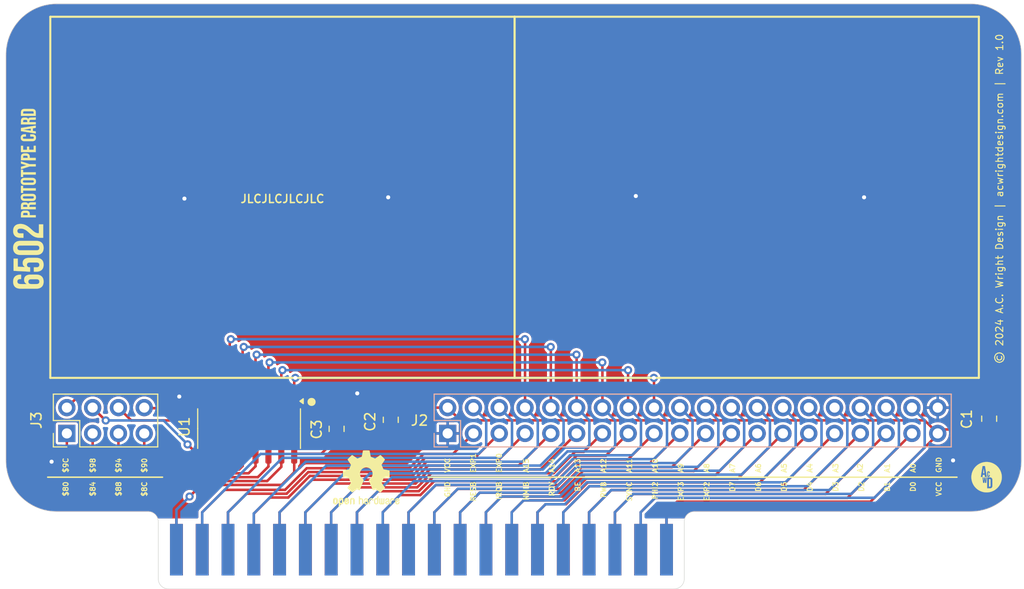
<source format=kicad_pcb>
(kicad_pcb (version 20241229) (generator "pcbnew") (generator_version "9.0")
  (title_block (title "6502 Prototype Card") (date "2024-06-12") (rev "1.0") (company "A.C. Wright Design"))
  (layers (0 "F.Cu" signal "Top") (2 "B.Cu" signal "Bottom") (13 "F.Paste" user) (15 "B.Paste" user) (5 "F.SilkS" user "F.Silkscreen") (7 "B.SilkS" user "B.Silkscreen") (1 "F.Mask" user) (3 "B.Mask" user) (25 "Edge.Cuts" user))
  (net 0 "")
  (net 1 "GND")
  (net 2 "VCC")
  (net 3 "/NMIB")
  (net 4 "/IRQB")
  (net 5 "/SYNC")
  (net 6 "/RDY")
  (net 7 "/BE")
  (net 8 "/RESB")
  (net 9 "/RWB")
  (net 10 "/PHI2")
  (net 11 "/D7")
  (net 12 "/D6")
  (net 13 "/D5")
  (net 14 "/D4")
  (net 15 "/D3")
  (net 16 "/D2")
  (net 17 "/D1")
  (net 18 "/D0")
  (net 19 "/EXP1")
  (net 20 "/EXP0")
  (net 21 "A15")
  (net 22 "A14")
  (net 23 "A13")
  (net 24 "A12")
  (net 25 "A11")
  (net 26 "A10")
  (net 27 "/A9")
  (net 28 "/A8")
  (net 29 "/A7")
  (net 30 "/A6")
  (net 31 "/A5")
  (net 32 "/A4")
  (net 33 "/A3")
  (net 34 "/A2")
  (net 35 "/A1")
  (net 36 "/A0")
  (net 37 "/$8000")
  (net 38 "/$9C00")
  (net 39 "/$8400")
  (net 40 "/$9800")
  (net 41 "/$8800")
  (net 42 "/$9400")
  (net 43 "/$8C00")
  (net 44 "/$9000")
  (net 45 "/EXP2")
  (net 46 "/EXP3")
  (footprint "6502 Parts:Breadboard Mini" (layer "F.Cu") (at 125.73 95.25)
    (property "Reference" "B1" (hide yes))
    (property "Value" "Breadboard Mini" (hide yes))
  )
  (footprint "6502 Parts:Breadboard Mini" (layer "F.Cu") (at 171.45 95.25)
    (property "Reference" "B2" (hide yes))
    (property "Value" "Breadboard Mini" (hide yes))
  )
  (footprint "Capacitor_SMD:C_0805_2012Metric" (layer "F.Cu") (at 195.326 117.05 -90)
    (property "Reference" "C1")
    (property "Value" "100nF" (hide yes))
  )
  (footprint "Capacitor_SMD:C_0805_2012Metric" (layer "F.Cu") (at 131.064 118.05 90)
    (property "Reference" "C3")
    (property "Value" "100nF" (hide yes))
  )
  (footprint "Capacitor_SMD:C_0805_2012Metric" (layer "F.Cu") (at 136.398 117.16 -90)
    (property "Reference" "C2")
    (property "Value" "100nF" (hide yes))
  )
  (footprint "Connector_PinHeader_2.54mm:PinHeader_2x04_P2.54mm_Vertical" (layer "F.Cu") (at 104.5 118.5 90)
    (property "Reference" "J3")
    (property "Value" "Conn_02x04_Odd_Even" (hide yes))
  )
  (footprint "Package_SO:SOIC-16_3.9x9.9mm_P1.27mm" (layer "F.Cu") (at 122.445 118.025 -90)
    (property "Reference" "U1")
    (property "Value" "74HC138" (hide yes))
  )
  (footprint "6502 Parts:6502 Card Edge" (layer "F.Cu") (at 115.29 132.49)
    (property "Reference" "J1" (hide yes))
    (property "Value" "6502 Card Edge" (hide yes))
  )
  (footprint "Symbol:OSHW-Logo2_7.3x6mm_SilkScreen" (layer "F.Cu") (at 133.985 122.936)
    (property "Reference" "REF**" (hide yes))
    (property "Value" "OSHW-Logo2_7.3x6mm_SilkScreen" (hide yes))
  )
  (footprint "A.C. Wright Logo:A.C. Wright Logo 3mm" (layer "F.Cu") (at 195.072 122.809)
    (property "Reference" "G***" (hide yes))
    (property "Value" "LOGO" (hide yes))
  )
  (footprint "6502 Logos:6502 Prototype Card Logo 3mm" (layer "F.Cu") (at 100.711 95.25 90)
    (property "Reference" "G***" (hide yes))
    (property "Value" "LOGO" (hide yes))
  )
  (footprint "Connector_PinSocket_2.54mm:PinSocket_2x20_P2.54mm_Vertical" (layer "B.Cu") (at 142 118.5 -90)
    (property "Reference" "J2")
    (property "Value" "Conn_02x20_Odd_Even" (hide yes))
  )
  (gr_circle (center 128.5981 115.3986) (end 128.7981 115.3986) (stroke (width 0.4)) (fill no) (layer "F.SilkS"))
  (gr_line (start 102.616 122.809) (end 113.919 122.809) (stroke (width 0.15)) (layer "F.SilkS"))
  (gr_line (start 140.081 122.809) (end 192.151 122.809) (stroke (width 0.15)) (layer "F.SilkS"))
  (gr_line (start 166.3011 126.1936) (end 193.5011 126.1936) (stroke (width 0.05)) (layer "Edge.Cuts"))
  (gr_line (start 165.3011 132.8136) (end 165.3011 127.1936) (stroke (width 0.05)) (layer "Edge.Cuts"))
  (gr_line (start 113.5011 127.1936) (end 113.5011 132.8136) (stroke (width 0.05)) (layer "Edge.Cuts"))
  (gr_arc (start 165.3011 132.8136) (mid 165.008207 133.520707) (end 164.3011 133.8136) (stroke (width 0.05)) (layer "Edge.Cuts"))
  (gr_arc (start 103.5011 126.1936) (mid 99.965566 124.729134) (end 98.5011 121.1936) (stroke (width 0.05)) (layer "Edge.Cuts"))
  (gr_line (start 198.5011 121.1936) (end 198.5011 81.1936) (stroke (width 0.05)) (layer "Edge.Cuts"))
  (gr_arc (start 112.5011 126.1936) (mid 113.208207 126.486493) (end 113.5011 127.1936) (stroke (width 0.05)) (layer "Edge.Cuts"))
  (gr_line (start 103.5011 126.1936) (end 112.5011 126.1936) (stroke (width 0.05)) (layer "Edge.Cuts"))
  (gr_arc (start 114.5011 133.8136) (mid 113.793993 133.520707) (end 113.5011 132.8136) (stroke (width 0.05)) (layer "Edge.Cuts"))
  (gr_line (start 114.5011 133.8136) (end 164.3011 133.8136) (stroke (width 0.05)) (layer "Edge.Cuts"))
  (gr_line (start 98.5011 81.1936) (end 98.5011 121.1936) (stroke (width 0.05)) (layer "Edge.Cuts"))
  (gr_arc (start 98.5011 81.1936) (mid 99.965566 77.658066) (end 103.5011 76.1936) (stroke (width 0.05)) (layer "Edge.Cuts"))
  (gr_arc (start 165.3011 127.1936) (mid 165.593993 126.486493) (end 166.3011 126.1936) (stroke (width 0.05)) (layer "Edge.Cuts"))
  (gr_line (start 193.5011 76.1936) (end 103.5011 76.1936) (stroke (width 0.05)) (layer "Edge.Cuts"))
  (gr_arc (start 193.5011 76.1936) (mid 197.036634 77.658066) (end 198.5011 81.1936) (stroke (width 0.05)) (layer "Edge.Cuts"))
  (gr_arc (start 198.5011 121.1936) (mid 197.036634 124.729134) (end 193.5011 126.1936) (stroke (width 0.05)) (layer "Edge.Cuts"))
  (gr_text "GND" (at 141.986 123.19 90) (layer "F.SilkS") (effects (font (size 0.5 0.5) (thickness 0.1)) (justify right)))
  (gr_text "VCC" (at 141.986 122.428 90) (layer "F.SilkS") (effects (font (size 0.5 0.5) (thickness 0.1)) (justify left)))
  (gr_text "GND" (at 190.373 122.428 90) (layer "F.SilkS") (effects (font (size 0.5 0.5) (thickness 0.1)) (justify left)))
  (gr_text "RESB" (at 144.526 123.19 90) (layer "F.SilkS") (effects (font (size 0.5 0.5) (thickness 0.1)) (justify right)))
  (gr_text "IRQB" (at 147.066 123.19 90) (layer "F.SilkS") (effects (font (size 0.5 0.5) (thickness 0.1)) (justify right)))
  (gr_text "EXP0" (at 147.066 122.428 90) (layer "F.SilkS") (effects (font (size 0.5 0.5) (thickness 0.1)) (justify left)))
  (gr_text "EXP2" (at 167.513 123.19 90) (layer "F.SilkS") (effects (font (size 0.5 0.5) (thickness 0.1)) (justify right)))
  (gr_text "$98" (at 107.061 122.428 90) (layer "F.SilkS") (effects (font (size 0.5 0.5) (thickness 0.1)) (justify left)))
  (gr_text "$9C" (at 104.394 122.428 90) (layer "F.SilkS") (effects (font (size 0.5 0.5) (thickness 0.1)) (justify left)))
  (gr_text "$8C" (at 112.141 123.19 90) (layer "F.SilkS") (effects (font (size 0.5 0.5) (thickness 0.1)) (justify right)))
  (gr_text "$88" (at 109.601 123.19 90) (layer "F.SilkS") (effects (font (size 0.5 0.5) (thickness 0.1)) (justify right)))
  (gr_text "$90" (at 112.141 122.428 90) (layer "F.SilkS") (effects (font (size 0.5 0.5) (thickness 0.1)) (justify left)))
  (gr_text "$94" (at 109.601 122.428 90) (layer "F.SilkS") (effects (font (size 0.5 0.5) (thickness 0.1)) (justify left)))
  (gr_text "A3" (at 180.213 122.428 90) (layer "F.SilkS") (effects (font (size 0.5 0.5) (thickness 0.1)) (justify left)))
  (gr_text "VCC" (at 190.373 123.19 90) (layer "F.SilkS") (effects (font (size 0.5 0.5) (thickness 0.1)) (justify right)))
  (gr_text "$80" (at 104.394 123.19 90) (layer "F.SilkS") (effects (font (size 0.5 0.5) (thickness 0.1)) (justify right)))
  (gr_text "SYNC" (at 159.893 123.19 90) (layer "F.SilkS") (effects (font (size 0.5 0.5) (thickness 0.1)) (justify right)))
  (gr_text "BE" (at 154.813 123.19 90) (layer "F.SilkS") (effects (font (size 0.5 0.5) (thickness 0.1)) (justify right)))
  (gr_text "A12" (at 157.353 122.428 90) (layer "F.SilkS") (effects (font (size 0.5 0.5) (thickness 0.1)) (justify left)))
  (gr_text "A15" (at 149.733 122.428 90) (layer "F.SilkS") (effects (font (size 0.5 0.5) (thickness 0.1)) (justify left)))
  (gr_text "A2" (at 182.626 122.428 90) (layer "F.SilkS") (effects (font (size 0.5 0.5) (thickness 0.1)) (justify left)))
  (gr_text "D2" (at 182.753 123.19 90) (layer "F.SilkS") (effects (font (size 0.5 0.5) (thickness 0.1)) (justify right)))
  (gr_text "A6" (at 172.593 122.428 90) (layer "F.SilkS") (effects (font (size 0.5 0.5) (thickness 0.1)) (justify left)))
  (gr_text "A9" (at 164.973 122.428 90) (layer "F.SilkS") (effects (font (size 0.5 0.5) (thickness 0.1)) (justify left)))
  (gr_text "$84" (at 107.061 123.19 90) (layer "F.SilkS") (effects (font (size 0.5 0.5) (thickness 0.1)) (justify right)))
  (gr_text "D3" (at 180.213 123.19 90) (layer "F.SilkS") (effects (font (size 0.5 0.5) (thickness 0.1)) (justify right)))
  (gr_text "A14" (at 152.273 122.428 90) (layer "F.SilkS") (effects (font (size 0.5 0.5) (thickness 0.1)) (justify left)))
  (gr_text "RDY" (at 152.273 123.19 90) (layer "F.SilkS") (effects (font (size 0.5 0.5) (thickness 0.1)) (justify right)))
  (gr_text "RWB" (at 157.353 123.19 90) (layer "F.SilkS") (effects (font (size 0.5 0.5) (thickness 0.1)) (justify right)))
  (gr_text "D5" (at 175.133 123.19 90) (layer "F.SilkS") (effects (font (size 0.5 0.5) (thickness 0.1)) (justify right)))
  (gr_text "D0" (at 187.833 123.19 90) (layer "F.SilkS") (effects (font (size 0.5 0.5) (thickness 0.1)) (justify right)))
  (gr_text "A11" (at 159.893 122.428 90) (layer "F.SilkS") (effects (font (size 0.5 0.5) (thickness 0.1)) (justify left)))
  (gr_text "JLCJLCJLCJLC" (at 125.73 95.4 0) (layer "F.SilkS") (effects (font (size 0.8 0.8))))
  (gr_text "D6" (at 172.593 123.19 90) (layer "F.SilkS") (effects (font (size 0.5 0.5) (thickness 0.1)) (justify right)))
  (gr_text "D4" (at 177.673 123.19 90) (layer "F.SilkS") (effects (font (size 0.5 0.5) (thickness 0.1)) (justify right)))
  (gr_text "PHI2" (at 162.433 123.19 90) (layer "F.SilkS") (effects (font (size 0.5 0.5) (thickness 0.1)) (justify right)))
  (gr_text "A0" (at 187.833 122.428 90) (layer "F.SilkS") (effects (font (size 0.5 0.5) (thickness 0.1)) (justify left)))
  (gr_text "A13" (at 154.813 122.428 90) (layer "F.SilkS") (effects (font (size 0.5 0.5) (thickness 0.1)) (justify left)))
  (gr_text "© 2024 A.C. Wright Design | acwrightdesign.com | Rev 1.0" (at 196.342 95.4 90) (layer "F.SilkS") (effects (font (size 0.7 0.7) (thickness 0.1))))
  (gr_text "A5" (at 175.133 122.428 90) (layer "F.SilkS") (effects (font (size 0.5 0.5) (thickness 0.1)) (justify left)))
  (gr_text "A10" (at 162.433 122.428 90) (layer "F.SilkS") (effects (font (size 0.5 0.5) (thickness 0.1)) (justify left)))
  (gr_text "A4" (at 177.673 122.428 90) (layer "F.SilkS") (effects (font (size 0.5 0.5) (thickness 0.1)) (justify left)))
  (gr_text "A8" (at 167.513 122.428 90) (layer "F.SilkS") (effects (font (size 0.5 0.5) (thickness 0.1)) (justify left)))
  (gr_text "A7" (at 170.053 122.428 90) (layer "F.SilkS") (effects (font (size 0.5 0.5) (thickness 0.1)) (justify left)))
  (gr_text "D7" (at 170.053 123.19 90) (layer "F.SilkS") (effects (font (size 0.5 0.5) (thickness 0.1)) (justify right)))
  (gr_text "EXP1" (at 144.526 122.428 90) (layer "F.SilkS") (effects (font (size 0.5 0.5) (thickness 0.1)) (justify left)))
  (gr_text "D1" (at 185.293 123.19 90) (layer "F.SilkS") (effects (font (size 0.5 0.5) (thickness 0.1)) (justify right)))
  (gr_text "NMIB" (at 149.733 123.19 90) (layer "F.SilkS") (effects (font (size 0.5 0.5) (thickness 0.1)) (justify right)))
  (gr_text "EXP3\n" (at 164.973 123.19 90) (layer "F.SilkS") (effects (font (size 0.5 0.5) (thickness 0.1)) (justify right)))
  (gr_text "A1" (at 185.293 122.428 90) (layer "F.SilkS") (effects (font (size 0.5 0.5) (thickness 0.1)) (justify left)))
  (segment (start 117.98 115.57) (end 118 115.55) (width 0.25) (layer "F.Cu") (net 1))
  (segment (start 115.29 129.95) (end 115.29 125.248) (width 0.25) (layer "F.Cu") (net 1))
  (segment (start 116.2685 115.57) (end 117.98 115.57) (width 0.25) (layer "F.Cu") (net 1))
  (segment (start 115.57 114.8715) (end 116.2685 115.57) (width 0.25) (layer "F.Cu") (net 1))
  (via (at 191.77 121.158) (size 0.8) (drill 0.4) (layers "F.Cu" "B.Cu") (net 1))
  (via (at 183.007 95.25) (size 0.8) (drill 0.4) (layers "F.Cu" "B.Cu") (net 1))
  (via (at 116.078 95.377) (size 0.8) (drill 0.4) (layers "F.Cu" "B.Cu") (net 1))
  (via (at 136.144 95.25) (size 0.8) (drill 0.4) (layers "F.Cu" "B.Cu") (net 1))
  (via (at 102.997 121.285) (size 0.8) (drill 0.4) (layers "F.Cu" "B.Cu") (net 1))
  (via (at 133.096 114.554) (size 0.8) (drill 0.4) (layers "F.Cu" "B.Cu") (net 1))
  (via (at 115.57 114.8715) (size 0.8) (drill 0.4) (layers "F.Cu" "B.Cu") (net 1))
  (via (at 160.528 95.123) (size 0.8) (drill 0.4) (layers "F.Cu" "B.Cu") (net 1))
  (segment (start 163.55 129.95) (end 163.55 125.73) (width 0.25) (layer "B.Cu") (net 1))
  (segment (start 190.26 118.604) (end 190.26 118.5) (width 0.25) (layer "F.Cu") (net 2))
  (segment (start 129.564 120.5) (end 131.064 119) (width 0.25) (layer "F.Cu") (net 2))
  (segment (start 195.326 118) (end 195.216 118.11) (width 0.25) (layer "F.Cu") (net 2))
  (segment (start 136.648 115.96) (end 136.398 116.21) (width 0.25) (layer "F.Cu") (net 2))
  (segment (start 163.55 129.95) (end 163.55 126.264) (width 0.25) (layer "F.Cu") (net 2))
  (segment (start 125.6437 123.571) (end 126.9011 122.3136) (width 0.25) (layer "F.Cu") (net 2))
  (segment (start 116.586 124.714) (end 117.729 123.571) (width 0.25) (layer "F.Cu") (net 2))
  (segment (start 132.714 119) (end 135.504 116.21) (width 0.25) (layer "F.Cu") (net 2))
  (segment (start 142 115.96) (end 136.648 115.96) (width 0.25) (layer "F.Cu") (net 2))
  (segment (start 163.55 126.264) (end 164.592 125.222) (width 0.25) (layer "F.Cu") (net 2))
  (segment (start 142 115.96) (end 143.2536 117.2136) (width 0.25) (layer "F.Cu") (net 2))
  (segment (start 195.216 118.11) (end 190.65 118.11) (width 0.25) (layer "F.Cu") (net 2))
  (segment (start 183.642 125.222) (end 190.26 118.604) (width 0.25) (layer "F.Cu") (net 2))
  (segment (start 143.2536 117.2136) (end 188.9736 117.2136) (width 0.25) (layer "F.Cu") (net 2))
  (segment (start 117.729 123.571) (end 125.6437 123.571) (width 0.25) (layer "F.Cu") (net 2))
  (segment (start 188.9736 117.2136) (end 190.26 118.5) (width 0.25) (layer "F.Cu") (net 2))
  (segment (start 126.89 122.3025) (end 126.89 120.5) (width 0.25) (layer "F.Cu") (net 2))
  (segment (start 135.504 116.21) (end 136.398 116.21) (width 0.25) (layer "F.Cu") (net 2))
  (segment (start 190.65 118.11) (end 190.26 118.5) (width 0.25) (layer "F.Cu") (net 2))
  (segment (start 126.89 120.5) (end 129.564 120.5) (width 0.25) (layer "F.Cu") (net 2))
  (segment (start 126.9011 122.3136) (end 126.89 122.3025) (width 0.25) (layer "F.Cu") (net 2))
  (segment (start 131.064 119) (end 132.714 119) (width 0.25) (layer "F.Cu") (net 2))
  (segment (start 164.592 125.222) (end 183.642 125.222) (width 0.25) (layer "F.Cu") (net 2))
  (via (at 116.586 124.714) (size 0.8) (drill 0.4) (layers "F.Cu" "B.Cu") (net 2))
  (segment (start 115.29 126.01) (end 116.586 124.714) (width 0.25) (layer "B.Cu") (net 2))
  (segment (start 115.29 129.95) (end 115.29 126.01) (width 0.25) (layer "B.Cu") (net 2))
  (segment (start 146.835 121.285) (end 139.929956 121.285) (width 0.25) (layer "F.Cu") (net 3))
  (segment (start 149.62 118.5) (end 146.835 121.285) (width 0.25) (layer "F.Cu") (net 3))
  (segment (start 122.91 126.4047) (end 122.91 129.95) (width 0.25) (layer "F.Cu") (net 3))
  (segment (start 139.929956 121.285) (end 138.532954 122.682002) (width 0.25) (layer "F.Cu") (net 3))
  (segment (start 126.3011 124.8136) (end 124.5011 124.8136) (width 0.25) (layer "F.Cu") (net 3))
  (segment (start 138.532954 122.682002) (end 128.432698 122.682002) (width 0.25) (layer "F.Cu") (net 3))
  (segment (start 128.432698 122.682002) (end 126.3011 124.8136) (width 0.25) (layer "F.Cu") (net 3))
  (segment (start 124.5011 124.8136) (end 122.91 126.4047) (width 0.25) (layer "F.Cu") (net 3))
  (segment (start 120.37 126.264) (end 120.37 129.95) (width 0.25) (layer "F.Cu") (net 4))
  (segment (start 128.276551 122.304991) (end 126.144942 124.4366) (width 0.25) (layer "F.Cu") (net 4))
  (segment (start 147.08 118.5) (end 144.676 120.904) (width 0.25) (layer "F.Cu") (net 4))
  (segment (start 138.376791 122.304991) (end 128.276551 122.304991) (width 0.25) (layer "F.Cu") (net 4))
  (segment (start 139.777782 120.904) (end 138.376791 122.304991) (width 0.25) (layer "F.Cu") (net 4))
  (segment (start 144.676 120.904) (end 139.777782 120.904) (width 0.25) (layer "F.Cu") (net 4))
  (segment (start 126.144942 124.4366) (end 122.1974 124.4366) (width 0.25) (layer "F.Cu") (net 4))
  (segment (start 122.1974 124.4366) (end 120.37 126.264) (width 0.25) (layer "F.Cu") (net 4))
  (segment (start 152.57961 122.809) (end 140.538652 122.809) (width 0.25) (layer "F.Cu") (net 5))
  (segment (start 139.157608 124.190044) (end 135.143956 124.190044) (width 0.25) (layer "F.Cu") (net 5))
  (segment (start 154.69871 120.6899) (end 152.57961 122.809) (width 0.25) (layer "F.Cu") (net 5))
  (segment (start 159.78 118.5) (end 157.5901 120.6899) (width 0.25) (layer "F.Cu") (net 5))
  (segment (start 157.5901 120.6899) (end 154.69871 120.6899) (width 0.25) (layer "F.Cu") (net 5))
  (segment (start 140.538652 122.809) (end 139.157608 124.190044) (width 0.25) (layer "F.Cu") (net 5))
  (segment (start 133.07 126.264) (end 133.07 129.95) (width 0.25) (layer "F.Cu") (net 5))
  (segment (start 135.143956 124.190044) (end 133.07 126.264) (width 0.25) (layer "F.Cu") (net 5))
  (segment (start 148.994 121.666) (end 140.08213 121.666) (width 0.25) (layer "F.Cu") (net 6))
  (segment (start 140.08213 121.666) (end 138.689119 123.059011) (width 0.25) (layer "F.Cu") (net 6))
  (segment (start 128.654989 123.059011) (end 125.45 126.264) (width 0.25) (layer "F.Cu") (net 6))
  (segment (start 152.16 118.5) (end 148.994 121.666) (width 0.25) (layer "F.Cu") (net 6))
  (segment (start 125.45 126.264) (end 125.45 129.95) (width 0.25) (layer "F.Cu") (net 6))
  (segment (start 138.689119 123.059011) (end 128.654989 123.059011) (width 0.25) (layer "F.Cu") (net 6))
  (segment (start 130.817978 123.436022) (end 127.99 126.264) (width 0.25) (layer "F.Cu") (net 7))
  (segment (start 154.7 118.5) (end 151.153 122.047) (width 0.25) (layer "F.Cu") (net 7))
  (segment (start 140.234304 122.047) (end 138.845282 123.436022) (width 0.25) (layer "F.Cu") (net 7))
  (segment (start 127.99 126.264) (end 127.99 129.95) (width 0.25) (layer "F.Cu") (net 7))
  (segment (start 151.153 122.047) (end 140.234304 122.047) (width 0.25) (layer "F.Cu") (net 7))
  (segment (start 138.845282 123.436022) (end 130.817978 123.436022) (width 0.25) (layer "F.Cu") (net 7))
  (segment (start 128.120404 121.92798) (end 125.988784 124.0596) (width 0.25) (layer "F.Cu") (net 8))
  (segment (start 117.83 126.264) (end 117.83 129.95) (width 0.25) (layer "F.Cu") (net 8))
  (segment (start 142.517 120.523) (end 139.625608 120.523) (width 0.25) (layer "F.Cu") (net 8))
  (segment (start 120.0344 124.0596) (end 117.83 126.264) (width 0.25) (layer "F.Cu") (net 8))
  (segment (start 144.54 118.5) (end 142.517 120.523) (width 0.25) (layer "F.Cu") (net 8))
  (segment (start 125.988784 124.0596) (end 120.0344 124.0596) (width 0.25) (layer "F.Cu") (net 8))
  (segment (start 139.625608 120.523) (end 138.220628 121.92798) (width 0.25) (layer "F.Cu") (net 8))
  (segment (start 138.220628 121.92798) (end 128.120404 121.92798) (width 0.25) (layer "F.Cu") (net 8))
  (segment (start 155.40411 120.31289) (end 154.542546 120.31289) (width 0.25) (layer "F.Cu") (net 9))
  (segment (start 157.217 118.5) (end 155.40411 120.31289) (width 0.25) (layer "F.Cu") (net 9))
  (segment (start 152.427436 122.428) (end 140.386478 122.428) (width 0.25) (layer "F.Cu") (net 9))
  (segment (start 154.542546 120.31289) (end 152.427436 122.428) (width 0.25) (layer "F.Cu") (net 9))
  (segment (start 139.001445 123.813033) (end 132.980967 123.813033) (width 0.25) (layer "F.Cu") (net 9))
  (segment (start 157.24 118.5) (end 157.217 118.5) (width 0.25) (layer "F.Cu") (net 9))
  (segment (start 130.53 126.264) (end 130.53 129.95) (width 0.25) (layer "F.Cu") (net 9))
  (segment (start 140.386478 122.428) (end 139.001445 123.813033) (width 0.25) (layer "F.Cu") (net 9))
  (segment (start 132.980967 123.813033) (end 130.53 126.264) (width 0.25) (layer "F.Cu") (net 9))
  (segment (start 162.32 118.5) (end 159.75309 121.06691) (width 0.25) (layer "F.Cu") (net 10))
  (segment (start 152.715825 123.205959) (end 140.674867 123.205959) (width 0.25) (layer "F.Cu") (net 10))
  (segment (start 139.313771 124.567055) (end 137.306945 124.567055) (width 0.25) (layer "F.Cu") (net 10))
  (segment (start 140.674867 123.205959) (end 139.313771 124.567055) (width 0.25) (layer "F.Cu") (net 10))
  (segment (start 159.75309 121.06691) (end 154.854874 121.06691) (width 0.25) (layer "F.Cu") (net 10))
  (segment (start 154.854874 121.06691) (end 152.715825 123.205959) (width 0.25) (layer "F.Cu") (net 10))
  (segment (start 137.306945 124.567055) (end 135.61 126.264) (width 0.25) (layer "F.Cu") (net 10))
  (segment (start 135.61 126.264) (end 135.61 129.95) (width 0.25) (layer "F.Cu") (net 10))
  (segment (start 145.15701 124.33699) (end 143.23 126.264) (width 0.25) (layer "F.Cu") (net 11))
  (segment (start 143.23 126.264) (end 143.23 129.95) (width 0.25) (layer "F.Cu") (net 11))
  (segment (start 153.184314 124.33699) (end 145.15701 124.33699) (width 0.25) (layer "F.Cu") (net 11))
  (segment (start 166.242062 122.197938) (end 155.323365 122.197939) (width 0.25) (layer "F.Cu") (net 11))
  (segment (start 169.94 118.5) (end 166.242062 122.197938) (width 0.25) (layer "F.Cu") (net 11))
  (segment (start 155.323365 122.197939) (end 153.184314 124.33699) (width 0.25) (layer "F.Cu") (net 11))
  (segment (start 147.319999 124.714001) (end 145.77 126.264) (width 0.25) (layer "F.Cu") (net 12))
  (segment (start 168.405051 122.574949) (end 155.479529 122.574949) (width 0.25) (layer "F.Cu") (net 12))
  (segment (start 145.77 126.264) (end 145.77 129.95) (width 0.25) (layer "F.Cu") (net 12))
  (segment (start 172.48 118.5) (end 168.405051 122.574949) (width 0.25) (layer "F.Cu") (net 12))
  (segment (start 155.479529 122.574949) (end 153.340477 124.714001) (width 0.25) (layer "F.Cu") (net 12))
  (segment (start 153.340477 124.714001) (end 147.319999 124.714001) (width 0.25) (layer "F.Cu") (net 12))
  (segment (start 148.31 126.264) (end 148.31 129.95) (width 0.25) (layer "F.Cu") (net 13))
  (segment (start 170.56804 122.95196) (end 155.635692 122.95196) (width 0.25) (layer "F.Cu") (net 13))
  (segment (start 175.02 118.5) (end 170.56804 122.95196) (width 0.25) (layer "F.Cu") (net 13))
  (segment (start 155.635692 122.95196) (end 153.496641 125.091011) (width 0.25) (layer "F.Cu") (net 13))
  (segment (start 149.482989 125.091011) (end 148.31 126.264) (width 0.25) (layer "F.Cu") (net 13))
  (segment (start 153.496641 125.091011) (end 149.482989 125.091011) (width 0.25) (layer "F.Cu") (net 13))
  (segment (start 177.56 118.5) (end 172.731032 123.328968) (width 0.25) (layer "F.Cu") (net 14))
  (segment (start 172.731032 123.328968) (end 155.791857 123.328969) (width 0.25) (layer "F.Cu") (net 14))
  (segment (start 151.638 125.476) (end 150.85 126.264) (width 0.25) (layer "F.Cu") (net 14))
  (segment (start 153.644826 125.476) (end 151.638 125.476) (width 0.25) (layer "F.Cu") (net 14))
  (segment (start 150.85 126.264) (end 150.85 129.95) (width 0.25) (layer "F.Cu") (net 14))
  (segment (start 155.791857 123.328969) (end 153.644826 125.476) (width 0.25) (layer "F.Cu") (net 14))
  (segment (start 155.948021 123.705979) (end 153.39 126.264) (width 0.25) (layer "F.Cu") (net 15))
  (segment (start 174.894021 123.705979) (end 155.948021 123.705979) (width 0.25) (layer "F.Cu") (net 15))
  (segment (start 153.39 126.264) (end 153.39 129.95) (width 0.25) (layer "F.Cu") (net 15))
  (segment (start 180.1 118.5) (end 174.894021 123.705979) (width 0.25) (layer "F.Cu") (net 15))
  (segment (start 155.93 126.264) (end 155.93 129.95) (width 0.25) (layer "F.Cu") (net 16))
  (segment (start 158.11101 124.08299) (end 155.93 126.264) (width 0.25) (layer "F.Cu") (net 16))
  (segment (start 177.05701 124.08299) (end 158.11101 124.08299) (width 0.25) (layer "F.Cu") (net 16))
  (segment (start 182.64 118.5) (end 177.05701 124.08299) (width 0.25) (layer "F.Cu") (net 16))
  (segment (start 160.274 124.46) (end 158.47 126.264) (width 0.25) (layer "F.Cu") (net 17))
  (segment (start 158.47 126.264) (end 158.47 129.95) (width 0.25) (layer "F.Cu") (net 17))
  (segment (start 179.22 124.46) (end 160.274 124.46) (width 0.25) (layer "F.Cu") (net 17))
  (segment (start 185.18 118.5) (end 179.22 124.46) (width 0.25) (layer "F.Cu") (net 17))
  (segment (start 161.01 126.264) (end 161.01 129.95) (width 0.25) (layer "F.Cu") (net 18))
  (segment (start 181.37501 124.84499) (end 162.42901 124.84499) (width 0.25) (layer "F.Cu") (net 18))
  (segment (start 162.42901 124.84499) (end 161.01 126.264) (width 0.25) (layer "F.Cu") (net 18))
  (segment (start 187.72 118.5) (end 181.37501 124.84499) (width 0.25) (layer "F.Cu") (net 18))
  (segment (start 145.796 117.216) (end 145.796 119.761) (width 0.25) (layer "B.Cu") (net 19))
  (segment (start 123.571 120.523) (end 117.83 126.264) (width 0.25) (layer "B.Cu") (net 19))
  (segment (start 144.54 115.96) (end 145.796 117.216) (width 0.25) (layer "B.Cu") (net 19))
  (segment (start 145.034 120.523) (end 123.571 120.523) (width 0.25) (layer "B.Cu") (net 19))
  (segment (start 145.796 119.761) (end 145.034 120.523) (width 0.25) (layer "B.Cu") (net 19))
  (segment (start 117.83 126.264) (end 117.83 129.95) (width 0.25) (layer "B.Cu") (net 19))
  (segment (start 148.336 119.761) (end 147.193 120.904) (width 0.25) (layer "B.Cu") (net 20))
  (segment (start 148.336 117.216) (end 148.336 119.761) (width 0.25) (layer "B.Cu") (net 20))
  (segment (start 147.193 120.904) (end 125.73 120.904) (width 0.25) (layer "B.Cu") (net 20))
  (segment (start 147.08 115.96) (end 148.336 117.216) (width 0.25) (layer "B.Cu") (net 20))
  (segment (start 120.37 126.264) (end 120.37 129.95) (width 0.25) (layer "B.Cu") (net 20))
  (segment (start 125.73 120.904) (end 120.37 126.264) (width 0.25) (layer "B.Cu") (net 20))
  (segment (start 149.62 115.96) (end 149.62 109.234) (width 0.25) (layer "F.Cu") (net 21))
  (segment (start 120.54 109.33) (end 120.65 109.22) (width 0.25) (layer "F.Cu") (net 21))
  (segment (start 149.62 109.234) (end 149.606 109.22) (width 0.25) (layer "F.Cu") (net 21))
  (segment (start 120.54 115.55) (end 120.54 109.33) (width 0.25) (layer "F.Cu") (net 21))
  (via (at 120.65 109.22) (size 0.8) (drill 0.4) (layers "F.Cu" "B.Cu") (net 21))
  (via (at 149.606 109.22) (size 0.8) (drill 0.4) (layers "F.Cu" "B.Cu") (net 21))
  (segment (start 149.62 115.96) (end 150.876 117.216) (width 0.25) (layer "B.Cu") (net 21))
  (segment (start 150.876 119.761) (end 149.352 121.285) (width 0.25) (layer "B.Cu") (net 21))
  (segment (start 122.91 126.391) (end 122.91 129.95) (width 0.25) (layer "B.Cu") (net 21))
  (segment (start 150.876 117.216) (end 150.876 119.761) (width 0.25) (layer "B.Cu") (net 21))
  (segment (start 128.016 121.285) (end 122.91 126.391) (width 0.25) (layer "B.Cu") (net 21))
  (segment (start 149.352 121.285) (end 128.016 121.285) (width 0.25) (layer "B.Cu") (net 21))
  (segment (start 120.65 109.22) (end 149.606 109.22) (width 0.25) (layer "B.Cu") (net 21))
  (segment (start 121.81 110.091998) (end 121.919998 109.982) (width 0.25) (layer "F.Cu") (net 22))
  (segment (start 152.16 109.996) (end 152.146 109.982) (width 0.25) (layer "F.Cu") (net 22))
  (segment (start 121.81 115.55) (end 121.81 110.091998) (width 0.25) (layer "F.Cu") (net 22))
  (segment (start 152.16 115.96) (end 152.16 109.996) (width 0.25) (layer "F.Cu") (net 22))
  (via (at 152.146 109.982) (size 0.8) (drill 0.4) (layers "F.Cu" "B.Cu") (net 22))
  (via (at 121.919998 109.982) (size 0.8) (drill 0.4) (layers "F.Cu" "B.Cu") (net 22))
  (segment (start 151.13 121.666) (end 130.048 121.666) (width 0.25) (layer "B.Cu") (net 22))
  (segment (start 130.048 121.666) (end 125.45 126.264) (width 0.25) (layer "B.Cu") (net 22))
  (segment (start 153.416 119.38) (end 151.13 121.666) (width 0.25) (layer "B.Cu") (net 22))
  (segment (start 125.45 126.264) (end 125.45 129.95) (width 0.25) (layer "B.Cu") (net 22))
  (segment (start 121.919998 109.982) (end 152.146 109.982) (width 0.25) (layer "B.Cu") (net 22))
  (segment (start 152.16 115.96) (end 153.416 117.216) (width 0.25) (layer "B.Cu") (net 22))
  (segment (start 153.416 117.216) (end 153.416 119.38) (width 0.25) (layer "B.Cu") (net 22))
  (segment (start 123.08 115.55) (end 123.08 110.854) (width 0.25) (layer "F.Cu") (net 23))
  (segment (start 154.7 115.96) (end 154.7 110.758) (width 0.25) (layer "F.Cu") (net 23))
  (segment (start 154.7 110.758) (end 154.686 110.744) (width 0.25) (layer "F.Cu") (net 23))
  (segment (start 123.08 110.854) (end 123.19 110.744) (width 0.25) (layer "F.Cu") (net 23))
  (via (at 123.19 110.744) (size 0.8) (drill 0.4) (layers "F.Cu" "B.Cu") (net 23))
  (via (at 154.686 110.744) (size 0.8) (drill 0.4) (layers "F.Cu" "B.Cu") (net 23))
  (segment (start 132.207 122.047) (end 127.99 126.264) (width 0.25) (layer "B.Cu") (net 23))
  (segment (start 155.702 119.888) (end 153.543 119.888) (width 0.25) (layer "B.Cu") (net 23))
  (segment (start 127.99 126.264) (end 127.99 129.95) (width 0.25) (layer "B.Cu") (net 23))
  (segment (start 123.19 110.744) (end 154.686 110.744) (width 0.25) (layer "B.Cu") (net 23))
  (segment (start 154.7 115.96) (end 155.956 117.216) (width 0.25) (layer "B.Cu") (net 23))
  (segment (start 155.956 119.634) (end 155.702 119.888) (width 0.25) (layer "B.Cu") (net 23))
  (segment (start 153.543 119.888) (end 151.384 122.047) (width 0.25) (layer "B.Cu") (net 23))
  (segment (start 155.956 117.216) (end 155.956 119.634) (width 0.25) (layer "B.Cu") (net 23))
  (segment (start 151.384 122.047) (end 132.207 122.047) (width 0.25) (layer "B.Cu") (net 23))
  (segment (start 124.35 115.55) (end 124.35 111.87) (width 0.25) (layer "F.Cu") (net 24))
  (segment (start 124.35 111.87) (end 124.46 111.76) (width 0.25) (layer "F.Cu") (net 24))
  (segment (start 157.24 115.96) (end 157.24 111.52) (width 0.25) (layer "F.Cu") (net 24))
  (segment (start 157.24 111.52) (end 157.226 111.506) (width 0.25) (layer "F.Cu") (net 24))
  (via (at 157.226 111.506) (size 0.8) (drill 0.4) (layers "F.Cu" "B.Cu") (net 24))
  (via (at 124.46 111.506) (size 0.8) (drill 0.4) (layers "F.Cu" "B.Cu") (net 24))
  (segment (start 153.797 120.269) (end 151.638 122.428) (width 0.25) (layer "B.Cu") (net 24))
  (segment (start 124.46 111.76) (end 124.714 111.506) (width 0.25) (layer "B.Cu") (net 24))
  (segment (start 157.24 115.96) (end 158.496 117.216) (width 0.25) (layer "B.Cu") (net 24))
  (segment (start 158.496 119.721436) (end 157.948436 120.269) (width 0.25) (layer "B.Cu") (net 24))
  (segment (start 158.496 117.216) (end 158.496 119.721436) (width 0.25) (layer "B.Cu") (net 24))
  (segment (start 157.948436 120.269) (end 153.797 120.269) (width 0.25) (layer "B.Cu") (net 24))
  (segment (start 124.714 111.506) (end 157.226 111.506) (width 0.25) (layer "B.Cu") (net 24))
  (segment (start 130.53 126.264) (end 130.53 129.95) (width 0.25) (layer "B.Cu") (net 24))
  (segment (start 134.366 122.428) (end 130.53 126.264) (width 0.25) (layer "B.Cu") (net 24))
  (segment (start 151.638 122.428) (end 134.366 122.428) (width 0.25) (layer "B.Cu") (net 24))
  (segment (start 159.766 112.268) (end 159.766 115.946) (width 0.25) (layer "F.Cu") (net 25))
  (segment (start 125.62 112.378) (end 125.73 112.268) (width 0.25) (layer "F.Cu") (net 25))
  (segment (start 125.62 115.55) (end 125.62 112.378) (width 0.25) (layer "F.Cu") (net 25))
  (segment (start 159.766 115.946) (end 159.78 115.96) (width 0.25) (layer "F.Cu") (net 25))
  (via (at 125.73 112.268) (size 0.8) (drill 0.4) (layers "F.Cu" "B.Cu") (net 25))
  (via (at 159.766 112.268) (size 0.8) (drill 0.4) (layers "F.Cu" "B.Cu") (net 25))
  (segment (start 151.892 122.809) (end 136.525 122.809) (width 0.25) (layer "B.Cu") (net 25))
  (segment (start 159.78 115.96) (end 161.036 117.216) (width 0.25) (layer "B.Cu") (net 25))
  (segment (start 161.036 119.761) (end 160.147 120.65) (width 0.25) (layer "B.Cu") (net 25))
  (segment (start 133.07 126.264) (end 133.07 129.95) (width 0.25) (layer "B.Cu") (net 25))
  (segment (start 160.147 120.65) (end 154.051 120.65) (width 0.25) (layer "B.Cu") (net 25))
  (segment (start 136.525 122.809) (end 133.07 126.264) (width 0.25) (layer "B.Cu") (net 25))
  (segment (start 125.73 112.268) (end 159.766 112.268) (width 0.25) (layer "B.Cu") (net 25))
  (segment (start 161.036 117.216) (end 161.036 119.761) (width 0.25) (layer "B.Cu") (net 25))
  (segment (start 154.051 120.65) (end 151.892 122.809) (width 0.25) (layer "B.Cu") (net 25))
  (segment (start 126.89 113.14) (end 127 113.03) (width 0.25) (layer "F.Cu") (net 26))
  (segment (start 162.32 115.96) (end 162.32 113.044) (width 0.25) (layer "F.Cu") (net 26))
  (segment (start 162.32 113.044) (end 162.306 113.03) (width 0.25) (layer "F.Cu") (net 26))
  (segment (start 126.89 115.55) (end 126.89 113.14) (width 0.25) (layer "F.Cu") (net 26))
  (via (at 162.306 113.03) (size 0.8) (drill 0.4) (layers "F.Cu" "B.Cu") (net 26))
  (via (at 127 113.03) (size 0.8) (drill 0.4) (layers "F.Cu" "B.Cu") (net 26))
  (segment (start 154.305 121.031) (end 152.146 123.19) (width 0.25) (layer "B.Cu") (net 26))
  (segment (start 162.32 115.96) (end 163.6011 117.2411) (width 0.25) (layer "B.Cu") (net 26))
  (segment (start 162.306 121.031) (end 154.305 121.031) (width 0.25) (layer "B.Cu") (net 26))
  (segment (start 152.146 123.19) (end 138.684 123.19) (width 0.25) (layer "B.Cu") (net 26))
  (segment (start 138.684 123.19) (end 135.61 126.264) (width 0.25) (layer "B.Cu") (net 26))
  (segment (start 135.61 126.264) (end 135.61 129.95) (width 0.25) (layer "B.Cu") (net 26))
  (segment (start 163.6011 117.2411) (end 163.6011 119.7359) (width 0.25) (layer "B.Cu") (net 26))
  (segment (start 163.6011 119.7359) (end 162.306 121.031) (width 0.25) (layer "B.Cu") (net 26))
  (segment (start 127 113.03) (end 162.306 113.03) (width 0.25) (layer "B.Cu") (net 26))
  (segment (start 154.552151 121.418849) (end 152.4 123.571) (width 0.25) (layer "B.Cu") (net 27))
  (segment (start 164.458151 121.418849) (end 154.552151 121.418849) (width 0.25) (layer "B.Cu") (net 27))
  (segment (start 140.843 123.571) (end 138.15 126.264) (width 0.25) (layer "B.Cu") (net 27))
  (segment (start 152.4 123.571) (end 140.843 123.571) (width 0.25) (layer "B.Cu") (net 27))
  (segment (start 138.15 126.264) (end 138.15 129.95) (width 0.25) (layer "B.Cu") (net 27))
  (segment (start 166.116 119.761) (end 164.458151 121.418849) (width 0.25) (layer "B.Cu") (net 27))
  (segment (start 164.86 115.96) (end 166.116 117.216) (width 0.25) (layer "B.Cu") (net 27))
  (segment (start 166.116 117.216) (end 166.116 119.761) (width 0.25) (layer "B.Cu") (net 27))
  (segment (start 152.552174 123.952) (end 143.002 123.952) (width 0.25) (layer "B.Cu") (net 28))
  (segment (start 168.656 117.216) (end 168.656 119.761) (width 0.25) (layer "B.Cu") (net 28))
  (segment (start 154.707266 121.796908) (end 152.552174 123.952) (width 0.25) (layer "B.Cu") (net 28))
  (segment (start 168.656 119.761) (end 166.620092 121.796908) (width 0.25) (layer "B.Cu") (net 28))
  (segment (start 166.620092 121.796908) (end 154.707266 121.796908) (width 0.25) (layer "B.Cu") (net 28))
  (segment (start 167.4 115.96) (end 168.656 117.216) (width 0.25) (layer "B.Cu") (net 28))
  (segment (start 143.002 123.952) (end 140.69 126.264) (width 0.25) (layer "B.Cu") (net 28))
  (segment (start 140.69 126.264) (end 140.69 129.95) (width 0.25) (layer "B.Cu") (net 28))
  (segment (start 171.196 119.761) (end 168.783081 122.173919) (width 0.25) (layer "B.Cu") (net 29))
  (segment (start 171.196 117.216) (end 171.196 119.761) (width 0.25) (layer "B.Cu") (net 29))
  (segment (start 169.94 115.96) (end 171.196 117.216) (width 0.25) (layer "B.Cu") (net 29))
  (segment (start 168.783081 122.173919) (end 154.940081 122.173919) (width 0.25) (layer "B.Cu") (net 29))
  (segment (start 143.23 126.264) (end 143.23 129.95) (width 0.25) (layer "B.Cu") (net 29))
  (segment (start 154.940081 122.173919) (end 152.781 124.333) (width 0.25) (layer "B.Cu") (net 29))
  (segment (start 145.161 124.333) (end 143.23 126.264) (width 0.25) (layer "B.Cu") (net 29))
  (segment (start 152.781 124.333) (end 145.161 124.333) (width 0.25) (layer "B.Cu") (net 29))
  (segment (start 147.32 124.714) (end 145.77 126.264) (width 0.25) (layer "B.Cu") (net 30))
  (segment (start 145.77 126.264) (end 145.77 129.95) (width 0.25) (layer "B.Cu") (net 30))
  (segment (start 173.736 119.761) (end 170.942 122.555) (width 0.25) (layer "B.Cu") (net 30))
  (segment (start 170.942 122.555) (end 155.194 122.555) (width 0.25) (layer "B.Cu") (net 30))
  (segment (start 172.48 115.96) (end 173.736 117.216) (width 0.25) (layer "B.Cu") (net 30))
  (segment (start 173.736 117.216) (end 173.736 119.761) (width 0.25) (layer "B.Cu") (net 30))
  (segment (start 155.194 122.555) (end 153.035 124.714) (width 0.25) (layer "B.Cu") (net 30))
  (segment (start 153.035 124.714) (end 147.32 124.714) (width 0.25) (layer "B.Cu") (net 30))
  (segment (start 175.02 115.96) (end 176.276 117.216) (width 0.25) (layer "B.Cu") (net 31))
  (segment (start 155.448 122.936) (end 153.289 125.095) (width 0.25) (layer "B.Cu") (net 31))
  (segment (start 153.289 125.095) (end 149.479 125.095) (width 0.25) (layer "B.Cu") (net 31))
  (segment (start 176.276 119.761) (end 173.101 122.936) (width 0.25) (layer "B.Cu") (net 31))
  (segment (start 149.479 125.095) (end 148.31 126.264) (width 0.25) (layer "B.Cu") (net 31))
  (segment (start 173.101 122.936) (end 155.448 122.936) (width 0.25) (layer "B.Cu") (net 31))
  (segment (start 176.276 117.216) (end 176.276 119.761) (width 0.25) (layer "B.Cu") (net 31))
  (segment (start 148.31 126.264) (end 148.31 129.95) (width 0.25) (layer "B.Cu") (net 31))
  (segment (start 155.702 123.317) (end 153.543 125.476) (width 0.25) (layer "B.Cu") (net 32))
  (segment (start 150.85 126.264) (end 150.85 129.95) (width 0.25) (layer "B.Cu") (net 32))
  (segment (start 178.816 117.216) (end 178.816 119.761) (width 0.25) (layer "B.Cu") (net 32))
  (segment (start 151.638 125.476) (end 150.85 126.264) (width 0.25) (layer "B.Cu") (net 32))
  (segment (start 175.26 123.317) (end 155.702 123.317) (width 0.25) (layer "B.Cu") (net 32))
  (segment (start 153.543 125.476) (end 151.638 125.476) (width 0.25) (layer "B.Cu") (net 32))
  (segment (start 178.816 119.761) (end 175.26 123.317) (width 0.25) (layer "B.Cu") (net 32))
  (segment (start 177.56 115.96) (end 178.816 117.216) (width 0.25) (layer "B.Cu") (net 32))
  (segment (start 153.39 126.264) (end 153.39 129.95) (width 0.25) (layer "B.Cu") (net 33))
  (segment (start 177.419 123.698) (end 155.956 123.698) (width 0.25) (layer "B.Cu") (net 33))
  (segment (start 181.356 117.216) (end 181.356 119.761) (width 0.25) (layer "B.Cu") (net 33))
  (segment (start 181.356 119.761) (end 177.419 123.698) (width 0.25) (layer "B.Cu") (net 33))
  (segment (start 180.1 115.96) (end 181.356 117.216) (width 0.25) (layer "B.Cu") (net 33))
  (segment (start 155.956 123.698) (end 153.39 126.264) (width 0.25) (layer "B.Cu") (net 33))
  (segment (start 183.896 119.761) (end 179.578 124.079) (width 0.25) (layer "B.Cu") (net 34))
  (segment (start 182.64 115.96) (end 183.896 117.216) (width 0.25) (layer "B.Cu") (net 34))
  (segment (start 155.93 126.264) (end 155.93 129.95) (width 0.25) (layer "B.Cu") (net 34))
  (segment (start 179.578 124.079) (end 158.115 124.079) (width 0.25) (layer "B.Cu") (net 34))
  (segment (start 158.115 124.079) (end 155.93 126.264) (width 0.25) (layer "B.Cu") (net 34))
  (segment (start 183.896 117.216) (end 183.896 119.761) (width 0.25) (layer "B.Cu") (net 34))
  (segment (start 181.737 124.46) (end 160.274 124.46) (width 0.25) (layer "B.Cu") (net 35))
  (segment (start 160.274 124.46) (end 158.47 126.264) (width 0.25) (layer "B.Cu") (net 35))
  (segment (start 158.47 126.264) (end 158.47 129.95) (width 0.25) (layer "B.Cu") (net 35))
  (segment (start 186.436 119.761) (end 181.737 124.46) (width 0.25) (layer "B.Cu") (net 35))
  (segment (start 185.18 115.96) (end 186.436 117.216) (width 0.25) (layer "B.Cu") (net 35))
  (segment (start 186.436 117.216) (end 186.436 119.761) (width 0.25) (layer "B.Cu") (net 35))
  (segment (start 188.976 117.216) (end 188.976 119.888) (width 0.25) (layer "B.Cu") (net 36))
  (segment (start 188.976 119.888) (end 184.023 124.841) (width 0.25) (layer "B.Cu") (net 36))
  (segment (start 161.01 126.264) (end 161.01 129.95) (width 0.25) (layer "B.Cu") (net 36))
  (segment (start 184.023 124.841) (end 162.433 124.841) (width 0.25) (layer "B.Cu") (net 36))
  (segment (start 187.72 115.96) (end 188.976 117.216) (width 0.25) (layer "B.Cu") (net 36))
  (segment (start 162.433 124.841) (end 161.01 126.264) (width 0.25) (layer "B.Cu") (net 36))
  (segment (start 104.5 122.534004) (end 104.5 118.5) (width 0.25) (layer "F.Cu") (net 37))
  (segment (start 105.155996 123.19) (end 104.5 122.534004) (width 0.25) (layer "F.Cu") (net 37))
  (segment (start 125.62 120.5) (end 125.62 121.7947) (width 0.25) (layer "F.Cu") (net 37))
  (segment (start 125.62 121.7947) (end 124.2247 123.19) (width 0.25) (layer "F.Cu") (net 37))
  (segment (start 124.2247 123.19) (end 105.155996 123.19) (width 0.25) (layer "F.Cu") (net 37))
  (segment (start 119.27 114.575) (end 119.27 115.55) (width 0.25) (layer "F.Cu") (net 38))
  (segment (start 106.922 113.538) (end 118.233 113.538) (width 0.25) (layer "F.Cu") (net 38))
  (segment (start 104.5 115.96) (end 106.922 113.538) (width 0.25) (layer "F.Cu") (net 38))
  (segment (start 118.233 113.538) (end 119.27 114.575) (width 0.25) (layer "F.Cu") (net 38))
  (segment (start 123.3057 122.809) (end 107.569 122.809) (width 0.25) (layer "F.Cu") (net 39))
  (segment (start 107.04 122.28) (end 107.04 118.5) (width 0.25) (layer "F.Cu") (net 39))
  (segment (start 107.569 122.809) (end 107.04 122.28) (width 0.25) (layer "F.Cu") (net 39))
  (segment (start 124.35 120.5) (end 124.35 121.7647) (width 0.25) (layer "F.Cu") (net 39))
  (segment (start 124.35 121.7647) (end 123.3057 122.809) (width 0.25) (layer "F.Cu") (net 39))
  (segment (start 107.04 115.96) (end 108.301001 117.221001) (width 0.25) (layer "F.Cu") (net 40))
  (segment (start 108.301001 117.221001) (end 108.330999 117.221001) (width 0.25) (layer "F.Cu") (net 40))
  (segment (start 117.30799 120.5) (end 116.386995 119.579005) (width 0.25) (layer "F.Cu") (net 40))
  (segment (start 118 120.5) (end 117.30799 120.5) (width 0.25) (layer "F.Cu") (net 40))
  (via (at 116.386995 119.579005) (size 0.8) (drill 0.4) (layers "F.Cu" "B.Cu") (net 40))
  (via (at 108.330999 117.221001) (size 0.8) (drill 0.4) (layers "F.Cu" "B.Cu") (net 40))
  (segment (start 114.028991 117.221001) (end 116.386995 119.579005) (width 0.25) (layer "B.Cu") (net 40))
  (segment (start 108.330999 117.221001) (end 114.028991 117.221001) (width 0.25) (layer "B.Cu") (net 40))
  (segment (start 109.58 122.026) (end 109.58 118.5) (width 0.25) (layer "F.Cu") (net 41))
  (segment (start 123.08 121.7347) (end 122.3867 122.428) (width 0.25) (layer "F.Cu") (net 41))
  (segment (start 122.3867 122.428) (end 109.982 122.428) (width 0.25) (layer "F.Cu") (net 41))
  (segment (start 109.982 122.428) (end 109.58 122.026) (width 0.25) (layer "F.Cu") (net 41))
  (segment (start 123.08 120.5) (end 123.08 121.7347) (width 0.25) (layer "F.Cu") (net 41))
  (segment (start 109.58 115.96) (end 110.841 117.221) (width 0.25) (layer "F.Cu") (net 42))
  (segment (start 115.4085 117.221) (end 116.9011 118.7136) (width 0.25) (layer "F.Cu") (net 42))
  (segment (start 110.841 117.221) (end 115.4085 117.221) (width 0.25) (layer "F.Cu") (net 42))
  (segment (start 116.9011 118.7136) (end 118.8011 118.7136) (width 0.25) (layer "F.Cu") (net 42))
  (segment (start 118.8011 118.7136) (end 119.27 119.1825) (width 0.25) (layer "F.Cu") (net 42))
  (segment (start 119.27 119.1825) (end 119.27 120.5) (width 0.25) (layer "F.Cu") (net 42))
  (segment (start 112.12 121.772002) (end 112.267998 121.92) (width 0.25) (layer "F.Cu") (net 43))
  (segment (start 121.81 120.5) (end 121.81 121.7047) (width 0.25) (layer "F.Cu") (net 43))
  (segment (start 112.12 118.5) (end 112.12 121.772002) (width 0.25) (layer "F.Cu") (net 43))
  (segment (start 112.394998 122.047) (end 112.12 121.772002) (width 0.25) (layer "F.Cu") (net 43))
  (segment (start 121.4677 122.047) (end 112.394998 122.047) (width 0.25) (layer "F.Cu") (net 43))
  (segment (start 121.81 121.7047) (end 121.4677 122.047) (width 0.25) (layer "F.Cu") (net 43))
  (segment (start 115.1011 116.0136) (end 117.2011 118.1136) (width 0.25) (layer "F.Cu") (net 44))
  (segment (start 112.1736 116.0136) (end 115.1011 116.0136) (width 0.25) (layer "F.Cu") (net 44))
  (segment (start 120.54 119.1525) (end 120.54 120.5) (width 0.25) (layer "F.Cu") (net 44))
  (segment (start 117.2011 118.1136) (end 119.5011 118.1136) (width 0.25) (layer "F.Cu") (net 44))
  (segment (start 112.12 115.96) (end 112.1736 116.0136) (width 0.25) (layer "F.Cu") (net 44))
  (segment (start 119.5011 118.1136) (end 120.54 119.1525) (width 0.25) (layer "F.Cu") (net 44))
  (segment (start 140.69 126.264) (end 140.69 127.16) (width 0.25) (layer "F.Cu") (net 45))
  (segment (start 167.4 118.5) (end 164.07907 121.82093) (width 0.25) (layer "F.Cu") (net 45))
  (segment (start 153.028151 123.959981) (end 142.994019 123.959981) (width 0.25) (layer "F.Cu") (net 45))
  (segment (start 155.167202 121.82093) (end 153.028151 123.959981) (width 0.25) (layer "F.Cu") (net 45))
  (segment (start 142.994019 123.959981) (end 140.69 126.264) (width 0.25) (layer "F.Cu") (net 45))
  (segment (start 140.69 127.16) (end 140.69 129.95) (width 0.25) (layer "F.Cu") (net 45))
  (segment (start 164.07907 121.82093) (end 155.167202 121.82093) (width 0.25) (layer "F.Cu") (net 45))
  (segment (start 152.871988 123.58297) (end 140.83103 123.58297) (width 0.25) (layer "F.Cu") (net 46))
  (segment (start 164.86 118.5) (end 161.916081 121.443919) (width 0.25) (layer "F.Cu") (net 46))
  (segment (start 138.15 126.264) (end 138.15 129.95) (width 0.25) (layer "F.Cu") (net 46))
  (segment (start 155.011038 121.44392) (end 152.871988 123.58297) (width 0.25) (layer "F.Cu") (net 46))
  (segment (start 140.83103 123.58297) (end 138.15 126.264) (width 0.25) (layer "F.Cu") (net 46))
  (segment (start 161.916081 121.443919) (end 155.011038 121.44392) (width 0.25) (layer "F.Cu") (net 46))
  (zone (net 1) (net_name "GND") (layer "F.Cu") (connect_pads (clearance 0.254)) (min_thickness 0.254) (fill yes (thermal_gap 0.254) (thermal_bridge_width 0.254))
    (polygon (pts (xy 198.755 126.873) (xy 97.917 126.873) (xy 97.917 75.819) (xy 198.755 75.819)))
  )
  (zone (net 1) (net_name "GND") (layer "B.Cu") (connect_pads (clearance 0.254)) (min_thickness 0.254) (fill yes (thermal_gap 0.254) (thermal_bridge_width 0.254))
    (polygon (pts (xy 198.755 126.873) (xy 97.917 126.873) (xy 97.917 75.819) (xy 198.755 75.819)))
  )
)
</source>
